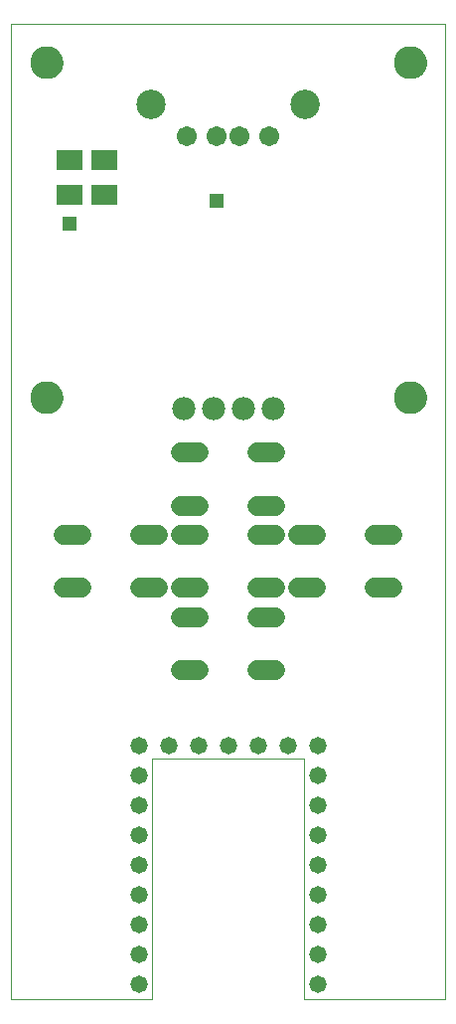
<source format=gbs>
G75*
%MOIN*%
%OFA0B0*%
%FSLAX25Y25*%
%IPPOS*%
%LPD*%
%AMOC8*
5,1,8,0,0,1.08239X$1,22.5*
%
%ADD10C,0.00000*%
%ADD11C,0.11036*%
%ADD12C,0.06800*%
%ADD13C,0.06737*%
%ADD14C,0.09855*%
%ADD15R,0.08674X0.06706*%
%ADD16C,0.05800*%
%ADD17R,0.04762X0.04762*%
%ADD18C,0.07800*%
D10*
X0001000Y0006757D02*
X0048244Y0006757D01*
X0048244Y0087309D01*
X0099425Y0087309D01*
X0099425Y0006757D01*
X0146669Y0006757D01*
X0146669Y0333608D01*
X0001000Y0333608D01*
X0001000Y0006757D01*
X0048244Y0006600D02*
X0048244Y0006757D01*
X0099425Y0006757D02*
X0099425Y0006600D01*
X0130060Y0208547D02*
X0130062Y0208690D01*
X0130068Y0208833D01*
X0130078Y0208975D01*
X0130092Y0209117D01*
X0130110Y0209259D01*
X0130132Y0209401D01*
X0130157Y0209541D01*
X0130187Y0209681D01*
X0130221Y0209820D01*
X0130258Y0209958D01*
X0130300Y0210095D01*
X0130345Y0210230D01*
X0130394Y0210364D01*
X0130446Y0210497D01*
X0130502Y0210629D01*
X0130562Y0210758D01*
X0130626Y0210886D01*
X0130693Y0211013D01*
X0130764Y0211137D01*
X0130838Y0211259D01*
X0130915Y0211379D01*
X0130996Y0211497D01*
X0131080Y0211613D01*
X0131167Y0211726D01*
X0131257Y0211837D01*
X0131351Y0211945D01*
X0131447Y0212051D01*
X0131546Y0212153D01*
X0131649Y0212253D01*
X0131753Y0212350D01*
X0131861Y0212445D01*
X0131971Y0212536D01*
X0132084Y0212624D01*
X0132199Y0212708D01*
X0132316Y0212790D01*
X0132436Y0212868D01*
X0132557Y0212943D01*
X0132681Y0213015D01*
X0132807Y0213083D01*
X0132934Y0213147D01*
X0133064Y0213208D01*
X0133195Y0213265D01*
X0133327Y0213319D01*
X0133461Y0213368D01*
X0133596Y0213415D01*
X0133733Y0213457D01*
X0133871Y0213495D01*
X0134009Y0213530D01*
X0134149Y0213560D01*
X0134289Y0213587D01*
X0134430Y0213610D01*
X0134572Y0213629D01*
X0134714Y0213644D01*
X0134857Y0213655D01*
X0134999Y0213662D01*
X0135142Y0213665D01*
X0135285Y0213664D01*
X0135428Y0213659D01*
X0135571Y0213650D01*
X0135713Y0213637D01*
X0135855Y0213620D01*
X0135996Y0213599D01*
X0136137Y0213574D01*
X0136277Y0213546D01*
X0136416Y0213513D01*
X0136554Y0213476D01*
X0136691Y0213436D01*
X0136827Y0213392D01*
X0136962Y0213344D01*
X0137095Y0213292D01*
X0137227Y0213237D01*
X0137357Y0213178D01*
X0137486Y0213115D01*
X0137612Y0213049D01*
X0137737Y0212979D01*
X0137860Y0212906D01*
X0137980Y0212830D01*
X0138099Y0212750D01*
X0138215Y0212666D01*
X0138329Y0212580D01*
X0138440Y0212490D01*
X0138549Y0212398D01*
X0138655Y0212302D01*
X0138759Y0212204D01*
X0138860Y0212102D01*
X0138957Y0211998D01*
X0139052Y0211891D01*
X0139144Y0211782D01*
X0139233Y0211670D01*
X0139319Y0211555D01*
X0139401Y0211439D01*
X0139480Y0211319D01*
X0139556Y0211198D01*
X0139628Y0211075D01*
X0139697Y0210950D01*
X0139762Y0210823D01*
X0139824Y0210694D01*
X0139882Y0210563D01*
X0139937Y0210431D01*
X0139987Y0210297D01*
X0140034Y0210162D01*
X0140078Y0210026D01*
X0140117Y0209889D01*
X0140152Y0209750D01*
X0140184Y0209611D01*
X0140212Y0209471D01*
X0140236Y0209330D01*
X0140256Y0209188D01*
X0140272Y0209046D01*
X0140284Y0208904D01*
X0140292Y0208761D01*
X0140296Y0208618D01*
X0140296Y0208476D01*
X0140292Y0208333D01*
X0140284Y0208190D01*
X0140272Y0208048D01*
X0140256Y0207906D01*
X0140236Y0207764D01*
X0140212Y0207623D01*
X0140184Y0207483D01*
X0140152Y0207344D01*
X0140117Y0207205D01*
X0140078Y0207068D01*
X0140034Y0206932D01*
X0139987Y0206797D01*
X0139937Y0206663D01*
X0139882Y0206531D01*
X0139824Y0206400D01*
X0139762Y0206271D01*
X0139697Y0206144D01*
X0139628Y0206019D01*
X0139556Y0205896D01*
X0139480Y0205775D01*
X0139401Y0205655D01*
X0139319Y0205539D01*
X0139233Y0205424D01*
X0139144Y0205312D01*
X0139052Y0205203D01*
X0138957Y0205096D01*
X0138860Y0204992D01*
X0138759Y0204890D01*
X0138655Y0204792D01*
X0138549Y0204696D01*
X0138440Y0204604D01*
X0138329Y0204514D01*
X0138215Y0204428D01*
X0138099Y0204344D01*
X0137980Y0204264D01*
X0137860Y0204188D01*
X0137737Y0204115D01*
X0137612Y0204045D01*
X0137486Y0203979D01*
X0137357Y0203916D01*
X0137227Y0203857D01*
X0137095Y0203802D01*
X0136962Y0203750D01*
X0136827Y0203702D01*
X0136691Y0203658D01*
X0136554Y0203618D01*
X0136416Y0203581D01*
X0136277Y0203548D01*
X0136137Y0203520D01*
X0135996Y0203495D01*
X0135855Y0203474D01*
X0135713Y0203457D01*
X0135571Y0203444D01*
X0135428Y0203435D01*
X0135285Y0203430D01*
X0135142Y0203429D01*
X0134999Y0203432D01*
X0134857Y0203439D01*
X0134714Y0203450D01*
X0134572Y0203465D01*
X0134430Y0203484D01*
X0134289Y0203507D01*
X0134149Y0203534D01*
X0134009Y0203564D01*
X0133871Y0203599D01*
X0133733Y0203637D01*
X0133596Y0203679D01*
X0133461Y0203726D01*
X0133327Y0203775D01*
X0133195Y0203829D01*
X0133064Y0203886D01*
X0132934Y0203947D01*
X0132807Y0204011D01*
X0132681Y0204079D01*
X0132557Y0204151D01*
X0132436Y0204226D01*
X0132316Y0204304D01*
X0132199Y0204386D01*
X0132084Y0204470D01*
X0131971Y0204558D01*
X0131861Y0204649D01*
X0131753Y0204744D01*
X0131649Y0204841D01*
X0131546Y0204941D01*
X0131447Y0205043D01*
X0131351Y0205149D01*
X0131257Y0205257D01*
X0131167Y0205368D01*
X0131080Y0205481D01*
X0130996Y0205597D01*
X0130915Y0205715D01*
X0130838Y0205835D01*
X0130764Y0205957D01*
X0130693Y0206081D01*
X0130626Y0206208D01*
X0130562Y0206336D01*
X0130502Y0206465D01*
X0130446Y0206597D01*
X0130394Y0206730D01*
X0130345Y0206864D01*
X0130300Y0206999D01*
X0130258Y0207136D01*
X0130221Y0207274D01*
X0130187Y0207413D01*
X0130157Y0207553D01*
X0130132Y0207693D01*
X0130110Y0207835D01*
X0130092Y0207977D01*
X0130078Y0208119D01*
X0130068Y0208261D01*
X0130062Y0208404D01*
X0130060Y0208547D01*
X0095173Y0306837D02*
X0095175Y0306971D01*
X0095181Y0307105D01*
X0095191Y0307239D01*
X0095205Y0307373D01*
X0095223Y0307506D01*
X0095244Y0307638D01*
X0095270Y0307770D01*
X0095300Y0307901D01*
X0095333Y0308031D01*
X0095370Y0308159D01*
X0095412Y0308287D01*
X0095456Y0308414D01*
X0095505Y0308539D01*
X0095557Y0308662D01*
X0095613Y0308784D01*
X0095673Y0308905D01*
X0095736Y0309023D01*
X0095802Y0309140D01*
X0095872Y0309254D01*
X0095945Y0309367D01*
X0096022Y0309477D01*
X0096102Y0309585D01*
X0096185Y0309690D01*
X0096271Y0309793D01*
X0096360Y0309893D01*
X0096452Y0309991D01*
X0096547Y0310086D01*
X0096645Y0310178D01*
X0096745Y0310267D01*
X0096848Y0310353D01*
X0096953Y0310436D01*
X0097061Y0310516D01*
X0097171Y0310593D01*
X0097284Y0310666D01*
X0097398Y0310736D01*
X0097515Y0310802D01*
X0097633Y0310865D01*
X0097754Y0310925D01*
X0097876Y0310981D01*
X0097999Y0311033D01*
X0098124Y0311082D01*
X0098251Y0311126D01*
X0098379Y0311168D01*
X0098507Y0311205D01*
X0098637Y0311238D01*
X0098768Y0311268D01*
X0098900Y0311294D01*
X0099032Y0311315D01*
X0099165Y0311333D01*
X0099299Y0311347D01*
X0099433Y0311357D01*
X0099567Y0311363D01*
X0099701Y0311365D01*
X0099835Y0311363D01*
X0099969Y0311357D01*
X0100103Y0311347D01*
X0100237Y0311333D01*
X0100370Y0311315D01*
X0100502Y0311294D01*
X0100634Y0311268D01*
X0100765Y0311238D01*
X0100895Y0311205D01*
X0101023Y0311168D01*
X0101151Y0311126D01*
X0101278Y0311082D01*
X0101403Y0311033D01*
X0101526Y0310981D01*
X0101648Y0310925D01*
X0101769Y0310865D01*
X0101887Y0310802D01*
X0102004Y0310736D01*
X0102118Y0310666D01*
X0102231Y0310593D01*
X0102341Y0310516D01*
X0102449Y0310436D01*
X0102554Y0310353D01*
X0102657Y0310267D01*
X0102757Y0310178D01*
X0102855Y0310086D01*
X0102950Y0309991D01*
X0103042Y0309893D01*
X0103131Y0309793D01*
X0103217Y0309690D01*
X0103300Y0309585D01*
X0103380Y0309477D01*
X0103457Y0309367D01*
X0103530Y0309254D01*
X0103600Y0309140D01*
X0103666Y0309023D01*
X0103729Y0308905D01*
X0103789Y0308784D01*
X0103845Y0308662D01*
X0103897Y0308539D01*
X0103946Y0308414D01*
X0103990Y0308287D01*
X0104032Y0308159D01*
X0104069Y0308031D01*
X0104102Y0307901D01*
X0104132Y0307770D01*
X0104158Y0307638D01*
X0104179Y0307506D01*
X0104197Y0307373D01*
X0104211Y0307239D01*
X0104221Y0307105D01*
X0104227Y0306971D01*
X0104229Y0306837D01*
X0104227Y0306703D01*
X0104221Y0306569D01*
X0104211Y0306435D01*
X0104197Y0306301D01*
X0104179Y0306168D01*
X0104158Y0306036D01*
X0104132Y0305904D01*
X0104102Y0305773D01*
X0104069Y0305643D01*
X0104032Y0305515D01*
X0103990Y0305387D01*
X0103946Y0305260D01*
X0103897Y0305135D01*
X0103845Y0305012D01*
X0103789Y0304890D01*
X0103729Y0304769D01*
X0103666Y0304651D01*
X0103600Y0304534D01*
X0103530Y0304420D01*
X0103457Y0304307D01*
X0103380Y0304197D01*
X0103300Y0304089D01*
X0103217Y0303984D01*
X0103131Y0303881D01*
X0103042Y0303781D01*
X0102950Y0303683D01*
X0102855Y0303588D01*
X0102757Y0303496D01*
X0102657Y0303407D01*
X0102554Y0303321D01*
X0102449Y0303238D01*
X0102341Y0303158D01*
X0102231Y0303081D01*
X0102118Y0303008D01*
X0102004Y0302938D01*
X0101887Y0302872D01*
X0101769Y0302809D01*
X0101648Y0302749D01*
X0101526Y0302693D01*
X0101403Y0302641D01*
X0101278Y0302592D01*
X0101151Y0302548D01*
X0101023Y0302506D01*
X0100895Y0302469D01*
X0100765Y0302436D01*
X0100634Y0302406D01*
X0100502Y0302380D01*
X0100370Y0302359D01*
X0100237Y0302341D01*
X0100103Y0302327D01*
X0099969Y0302317D01*
X0099835Y0302311D01*
X0099701Y0302309D01*
X0099567Y0302311D01*
X0099433Y0302317D01*
X0099299Y0302327D01*
X0099165Y0302341D01*
X0099032Y0302359D01*
X0098900Y0302380D01*
X0098768Y0302406D01*
X0098637Y0302436D01*
X0098507Y0302469D01*
X0098379Y0302506D01*
X0098251Y0302548D01*
X0098124Y0302592D01*
X0097999Y0302641D01*
X0097876Y0302693D01*
X0097754Y0302749D01*
X0097633Y0302809D01*
X0097515Y0302872D01*
X0097398Y0302938D01*
X0097284Y0303008D01*
X0097171Y0303081D01*
X0097061Y0303158D01*
X0096953Y0303238D01*
X0096848Y0303321D01*
X0096745Y0303407D01*
X0096645Y0303496D01*
X0096547Y0303588D01*
X0096452Y0303683D01*
X0096360Y0303781D01*
X0096271Y0303881D01*
X0096185Y0303984D01*
X0096102Y0304089D01*
X0096022Y0304197D01*
X0095945Y0304307D01*
X0095872Y0304420D01*
X0095802Y0304534D01*
X0095736Y0304651D01*
X0095673Y0304769D01*
X0095613Y0304890D01*
X0095557Y0305012D01*
X0095505Y0305135D01*
X0095456Y0305260D01*
X0095412Y0305387D01*
X0095370Y0305515D01*
X0095333Y0305643D01*
X0095300Y0305773D01*
X0095270Y0305904D01*
X0095244Y0306036D01*
X0095223Y0306168D01*
X0095205Y0306301D01*
X0095191Y0306435D01*
X0095181Y0306569D01*
X0095175Y0306703D01*
X0095173Y0306837D01*
X0130060Y0320752D02*
X0130062Y0320895D01*
X0130068Y0321038D01*
X0130078Y0321180D01*
X0130092Y0321322D01*
X0130110Y0321464D01*
X0130132Y0321606D01*
X0130157Y0321746D01*
X0130187Y0321886D01*
X0130221Y0322025D01*
X0130258Y0322163D01*
X0130300Y0322300D01*
X0130345Y0322435D01*
X0130394Y0322569D01*
X0130446Y0322702D01*
X0130502Y0322834D01*
X0130562Y0322963D01*
X0130626Y0323091D01*
X0130693Y0323218D01*
X0130764Y0323342D01*
X0130838Y0323464D01*
X0130915Y0323584D01*
X0130996Y0323702D01*
X0131080Y0323818D01*
X0131167Y0323931D01*
X0131257Y0324042D01*
X0131351Y0324150D01*
X0131447Y0324256D01*
X0131546Y0324358D01*
X0131649Y0324458D01*
X0131753Y0324555D01*
X0131861Y0324650D01*
X0131971Y0324741D01*
X0132084Y0324829D01*
X0132199Y0324913D01*
X0132316Y0324995D01*
X0132436Y0325073D01*
X0132557Y0325148D01*
X0132681Y0325220D01*
X0132807Y0325288D01*
X0132934Y0325352D01*
X0133064Y0325413D01*
X0133195Y0325470D01*
X0133327Y0325524D01*
X0133461Y0325573D01*
X0133596Y0325620D01*
X0133733Y0325662D01*
X0133871Y0325700D01*
X0134009Y0325735D01*
X0134149Y0325765D01*
X0134289Y0325792D01*
X0134430Y0325815D01*
X0134572Y0325834D01*
X0134714Y0325849D01*
X0134857Y0325860D01*
X0134999Y0325867D01*
X0135142Y0325870D01*
X0135285Y0325869D01*
X0135428Y0325864D01*
X0135571Y0325855D01*
X0135713Y0325842D01*
X0135855Y0325825D01*
X0135996Y0325804D01*
X0136137Y0325779D01*
X0136277Y0325751D01*
X0136416Y0325718D01*
X0136554Y0325681D01*
X0136691Y0325641D01*
X0136827Y0325597D01*
X0136962Y0325549D01*
X0137095Y0325497D01*
X0137227Y0325442D01*
X0137357Y0325383D01*
X0137486Y0325320D01*
X0137612Y0325254D01*
X0137737Y0325184D01*
X0137860Y0325111D01*
X0137980Y0325035D01*
X0138099Y0324955D01*
X0138215Y0324871D01*
X0138329Y0324785D01*
X0138440Y0324695D01*
X0138549Y0324603D01*
X0138655Y0324507D01*
X0138759Y0324409D01*
X0138860Y0324307D01*
X0138957Y0324203D01*
X0139052Y0324096D01*
X0139144Y0323987D01*
X0139233Y0323875D01*
X0139319Y0323760D01*
X0139401Y0323644D01*
X0139480Y0323524D01*
X0139556Y0323403D01*
X0139628Y0323280D01*
X0139697Y0323155D01*
X0139762Y0323028D01*
X0139824Y0322899D01*
X0139882Y0322768D01*
X0139937Y0322636D01*
X0139987Y0322502D01*
X0140034Y0322367D01*
X0140078Y0322231D01*
X0140117Y0322094D01*
X0140152Y0321955D01*
X0140184Y0321816D01*
X0140212Y0321676D01*
X0140236Y0321535D01*
X0140256Y0321393D01*
X0140272Y0321251D01*
X0140284Y0321109D01*
X0140292Y0320966D01*
X0140296Y0320823D01*
X0140296Y0320681D01*
X0140292Y0320538D01*
X0140284Y0320395D01*
X0140272Y0320253D01*
X0140256Y0320111D01*
X0140236Y0319969D01*
X0140212Y0319828D01*
X0140184Y0319688D01*
X0140152Y0319549D01*
X0140117Y0319410D01*
X0140078Y0319273D01*
X0140034Y0319137D01*
X0139987Y0319002D01*
X0139937Y0318868D01*
X0139882Y0318736D01*
X0139824Y0318605D01*
X0139762Y0318476D01*
X0139697Y0318349D01*
X0139628Y0318224D01*
X0139556Y0318101D01*
X0139480Y0317980D01*
X0139401Y0317860D01*
X0139319Y0317744D01*
X0139233Y0317629D01*
X0139144Y0317517D01*
X0139052Y0317408D01*
X0138957Y0317301D01*
X0138860Y0317197D01*
X0138759Y0317095D01*
X0138655Y0316997D01*
X0138549Y0316901D01*
X0138440Y0316809D01*
X0138329Y0316719D01*
X0138215Y0316633D01*
X0138099Y0316549D01*
X0137980Y0316469D01*
X0137860Y0316393D01*
X0137737Y0316320D01*
X0137612Y0316250D01*
X0137486Y0316184D01*
X0137357Y0316121D01*
X0137227Y0316062D01*
X0137095Y0316007D01*
X0136962Y0315955D01*
X0136827Y0315907D01*
X0136691Y0315863D01*
X0136554Y0315823D01*
X0136416Y0315786D01*
X0136277Y0315753D01*
X0136137Y0315725D01*
X0135996Y0315700D01*
X0135855Y0315679D01*
X0135713Y0315662D01*
X0135571Y0315649D01*
X0135428Y0315640D01*
X0135285Y0315635D01*
X0135142Y0315634D01*
X0134999Y0315637D01*
X0134857Y0315644D01*
X0134714Y0315655D01*
X0134572Y0315670D01*
X0134430Y0315689D01*
X0134289Y0315712D01*
X0134149Y0315739D01*
X0134009Y0315769D01*
X0133871Y0315804D01*
X0133733Y0315842D01*
X0133596Y0315884D01*
X0133461Y0315931D01*
X0133327Y0315980D01*
X0133195Y0316034D01*
X0133064Y0316091D01*
X0132934Y0316152D01*
X0132807Y0316216D01*
X0132681Y0316284D01*
X0132557Y0316356D01*
X0132436Y0316431D01*
X0132316Y0316509D01*
X0132199Y0316591D01*
X0132084Y0316675D01*
X0131971Y0316763D01*
X0131861Y0316854D01*
X0131753Y0316949D01*
X0131649Y0317046D01*
X0131546Y0317146D01*
X0131447Y0317248D01*
X0131351Y0317354D01*
X0131257Y0317462D01*
X0131167Y0317573D01*
X0131080Y0317686D01*
X0130996Y0317802D01*
X0130915Y0317920D01*
X0130838Y0318040D01*
X0130764Y0318162D01*
X0130693Y0318286D01*
X0130626Y0318413D01*
X0130562Y0318541D01*
X0130502Y0318670D01*
X0130446Y0318802D01*
X0130394Y0318935D01*
X0130345Y0319069D01*
X0130300Y0319204D01*
X0130258Y0319341D01*
X0130221Y0319479D01*
X0130187Y0319618D01*
X0130157Y0319758D01*
X0130132Y0319898D01*
X0130110Y0320040D01*
X0130092Y0320182D01*
X0130078Y0320324D01*
X0130068Y0320466D01*
X0130062Y0320609D01*
X0130060Y0320752D01*
X0043441Y0306837D02*
X0043443Y0306971D01*
X0043449Y0307105D01*
X0043459Y0307239D01*
X0043473Y0307373D01*
X0043491Y0307506D01*
X0043512Y0307638D01*
X0043538Y0307770D01*
X0043568Y0307901D01*
X0043601Y0308031D01*
X0043638Y0308159D01*
X0043680Y0308287D01*
X0043724Y0308414D01*
X0043773Y0308539D01*
X0043825Y0308662D01*
X0043881Y0308784D01*
X0043941Y0308905D01*
X0044004Y0309023D01*
X0044070Y0309140D01*
X0044140Y0309254D01*
X0044213Y0309367D01*
X0044290Y0309477D01*
X0044370Y0309585D01*
X0044453Y0309690D01*
X0044539Y0309793D01*
X0044628Y0309893D01*
X0044720Y0309991D01*
X0044815Y0310086D01*
X0044913Y0310178D01*
X0045013Y0310267D01*
X0045116Y0310353D01*
X0045221Y0310436D01*
X0045329Y0310516D01*
X0045439Y0310593D01*
X0045552Y0310666D01*
X0045666Y0310736D01*
X0045783Y0310802D01*
X0045901Y0310865D01*
X0046022Y0310925D01*
X0046144Y0310981D01*
X0046267Y0311033D01*
X0046392Y0311082D01*
X0046519Y0311126D01*
X0046647Y0311168D01*
X0046775Y0311205D01*
X0046905Y0311238D01*
X0047036Y0311268D01*
X0047168Y0311294D01*
X0047300Y0311315D01*
X0047433Y0311333D01*
X0047567Y0311347D01*
X0047701Y0311357D01*
X0047835Y0311363D01*
X0047969Y0311365D01*
X0048103Y0311363D01*
X0048237Y0311357D01*
X0048371Y0311347D01*
X0048505Y0311333D01*
X0048638Y0311315D01*
X0048770Y0311294D01*
X0048902Y0311268D01*
X0049033Y0311238D01*
X0049163Y0311205D01*
X0049291Y0311168D01*
X0049419Y0311126D01*
X0049546Y0311082D01*
X0049671Y0311033D01*
X0049794Y0310981D01*
X0049916Y0310925D01*
X0050037Y0310865D01*
X0050155Y0310802D01*
X0050272Y0310736D01*
X0050386Y0310666D01*
X0050499Y0310593D01*
X0050609Y0310516D01*
X0050717Y0310436D01*
X0050822Y0310353D01*
X0050925Y0310267D01*
X0051025Y0310178D01*
X0051123Y0310086D01*
X0051218Y0309991D01*
X0051310Y0309893D01*
X0051399Y0309793D01*
X0051485Y0309690D01*
X0051568Y0309585D01*
X0051648Y0309477D01*
X0051725Y0309367D01*
X0051798Y0309254D01*
X0051868Y0309140D01*
X0051934Y0309023D01*
X0051997Y0308905D01*
X0052057Y0308784D01*
X0052113Y0308662D01*
X0052165Y0308539D01*
X0052214Y0308414D01*
X0052258Y0308287D01*
X0052300Y0308159D01*
X0052337Y0308031D01*
X0052370Y0307901D01*
X0052400Y0307770D01*
X0052426Y0307638D01*
X0052447Y0307506D01*
X0052465Y0307373D01*
X0052479Y0307239D01*
X0052489Y0307105D01*
X0052495Y0306971D01*
X0052497Y0306837D01*
X0052495Y0306703D01*
X0052489Y0306569D01*
X0052479Y0306435D01*
X0052465Y0306301D01*
X0052447Y0306168D01*
X0052426Y0306036D01*
X0052400Y0305904D01*
X0052370Y0305773D01*
X0052337Y0305643D01*
X0052300Y0305515D01*
X0052258Y0305387D01*
X0052214Y0305260D01*
X0052165Y0305135D01*
X0052113Y0305012D01*
X0052057Y0304890D01*
X0051997Y0304769D01*
X0051934Y0304651D01*
X0051868Y0304534D01*
X0051798Y0304420D01*
X0051725Y0304307D01*
X0051648Y0304197D01*
X0051568Y0304089D01*
X0051485Y0303984D01*
X0051399Y0303881D01*
X0051310Y0303781D01*
X0051218Y0303683D01*
X0051123Y0303588D01*
X0051025Y0303496D01*
X0050925Y0303407D01*
X0050822Y0303321D01*
X0050717Y0303238D01*
X0050609Y0303158D01*
X0050499Y0303081D01*
X0050386Y0303008D01*
X0050272Y0302938D01*
X0050155Y0302872D01*
X0050037Y0302809D01*
X0049916Y0302749D01*
X0049794Y0302693D01*
X0049671Y0302641D01*
X0049546Y0302592D01*
X0049419Y0302548D01*
X0049291Y0302506D01*
X0049163Y0302469D01*
X0049033Y0302436D01*
X0048902Y0302406D01*
X0048770Y0302380D01*
X0048638Y0302359D01*
X0048505Y0302341D01*
X0048371Y0302327D01*
X0048237Y0302317D01*
X0048103Y0302311D01*
X0047969Y0302309D01*
X0047835Y0302311D01*
X0047701Y0302317D01*
X0047567Y0302327D01*
X0047433Y0302341D01*
X0047300Y0302359D01*
X0047168Y0302380D01*
X0047036Y0302406D01*
X0046905Y0302436D01*
X0046775Y0302469D01*
X0046647Y0302506D01*
X0046519Y0302548D01*
X0046392Y0302592D01*
X0046267Y0302641D01*
X0046144Y0302693D01*
X0046022Y0302749D01*
X0045901Y0302809D01*
X0045783Y0302872D01*
X0045666Y0302938D01*
X0045552Y0303008D01*
X0045439Y0303081D01*
X0045329Y0303158D01*
X0045221Y0303238D01*
X0045116Y0303321D01*
X0045013Y0303407D01*
X0044913Y0303496D01*
X0044815Y0303588D01*
X0044720Y0303683D01*
X0044628Y0303781D01*
X0044539Y0303881D01*
X0044453Y0303984D01*
X0044370Y0304089D01*
X0044290Y0304197D01*
X0044213Y0304307D01*
X0044140Y0304420D01*
X0044070Y0304534D01*
X0044004Y0304651D01*
X0043941Y0304769D01*
X0043881Y0304890D01*
X0043825Y0305012D01*
X0043773Y0305135D01*
X0043724Y0305260D01*
X0043680Y0305387D01*
X0043638Y0305515D01*
X0043601Y0305643D01*
X0043568Y0305773D01*
X0043538Y0305904D01*
X0043512Y0306036D01*
X0043491Y0306168D01*
X0043473Y0306301D01*
X0043459Y0306435D01*
X0043449Y0306569D01*
X0043443Y0306703D01*
X0043441Y0306837D01*
X0008013Y0320752D02*
X0008015Y0320895D01*
X0008021Y0321038D01*
X0008031Y0321180D01*
X0008045Y0321322D01*
X0008063Y0321464D01*
X0008085Y0321606D01*
X0008110Y0321746D01*
X0008140Y0321886D01*
X0008174Y0322025D01*
X0008211Y0322163D01*
X0008253Y0322300D01*
X0008298Y0322435D01*
X0008347Y0322569D01*
X0008399Y0322702D01*
X0008455Y0322834D01*
X0008515Y0322963D01*
X0008579Y0323091D01*
X0008646Y0323218D01*
X0008717Y0323342D01*
X0008791Y0323464D01*
X0008868Y0323584D01*
X0008949Y0323702D01*
X0009033Y0323818D01*
X0009120Y0323931D01*
X0009210Y0324042D01*
X0009304Y0324150D01*
X0009400Y0324256D01*
X0009499Y0324358D01*
X0009602Y0324458D01*
X0009706Y0324555D01*
X0009814Y0324650D01*
X0009924Y0324741D01*
X0010037Y0324829D01*
X0010152Y0324913D01*
X0010269Y0324995D01*
X0010389Y0325073D01*
X0010510Y0325148D01*
X0010634Y0325220D01*
X0010760Y0325288D01*
X0010887Y0325352D01*
X0011017Y0325413D01*
X0011148Y0325470D01*
X0011280Y0325524D01*
X0011414Y0325573D01*
X0011549Y0325620D01*
X0011686Y0325662D01*
X0011824Y0325700D01*
X0011962Y0325735D01*
X0012102Y0325765D01*
X0012242Y0325792D01*
X0012383Y0325815D01*
X0012525Y0325834D01*
X0012667Y0325849D01*
X0012810Y0325860D01*
X0012952Y0325867D01*
X0013095Y0325870D01*
X0013238Y0325869D01*
X0013381Y0325864D01*
X0013524Y0325855D01*
X0013666Y0325842D01*
X0013808Y0325825D01*
X0013949Y0325804D01*
X0014090Y0325779D01*
X0014230Y0325751D01*
X0014369Y0325718D01*
X0014507Y0325681D01*
X0014644Y0325641D01*
X0014780Y0325597D01*
X0014915Y0325549D01*
X0015048Y0325497D01*
X0015180Y0325442D01*
X0015310Y0325383D01*
X0015439Y0325320D01*
X0015565Y0325254D01*
X0015690Y0325184D01*
X0015813Y0325111D01*
X0015933Y0325035D01*
X0016052Y0324955D01*
X0016168Y0324871D01*
X0016282Y0324785D01*
X0016393Y0324695D01*
X0016502Y0324603D01*
X0016608Y0324507D01*
X0016712Y0324409D01*
X0016813Y0324307D01*
X0016910Y0324203D01*
X0017005Y0324096D01*
X0017097Y0323987D01*
X0017186Y0323875D01*
X0017272Y0323760D01*
X0017354Y0323644D01*
X0017433Y0323524D01*
X0017509Y0323403D01*
X0017581Y0323280D01*
X0017650Y0323155D01*
X0017715Y0323028D01*
X0017777Y0322899D01*
X0017835Y0322768D01*
X0017890Y0322636D01*
X0017940Y0322502D01*
X0017987Y0322367D01*
X0018031Y0322231D01*
X0018070Y0322094D01*
X0018105Y0321955D01*
X0018137Y0321816D01*
X0018165Y0321676D01*
X0018189Y0321535D01*
X0018209Y0321393D01*
X0018225Y0321251D01*
X0018237Y0321109D01*
X0018245Y0320966D01*
X0018249Y0320823D01*
X0018249Y0320681D01*
X0018245Y0320538D01*
X0018237Y0320395D01*
X0018225Y0320253D01*
X0018209Y0320111D01*
X0018189Y0319969D01*
X0018165Y0319828D01*
X0018137Y0319688D01*
X0018105Y0319549D01*
X0018070Y0319410D01*
X0018031Y0319273D01*
X0017987Y0319137D01*
X0017940Y0319002D01*
X0017890Y0318868D01*
X0017835Y0318736D01*
X0017777Y0318605D01*
X0017715Y0318476D01*
X0017650Y0318349D01*
X0017581Y0318224D01*
X0017509Y0318101D01*
X0017433Y0317980D01*
X0017354Y0317860D01*
X0017272Y0317744D01*
X0017186Y0317629D01*
X0017097Y0317517D01*
X0017005Y0317408D01*
X0016910Y0317301D01*
X0016813Y0317197D01*
X0016712Y0317095D01*
X0016608Y0316997D01*
X0016502Y0316901D01*
X0016393Y0316809D01*
X0016282Y0316719D01*
X0016168Y0316633D01*
X0016052Y0316549D01*
X0015933Y0316469D01*
X0015813Y0316393D01*
X0015690Y0316320D01*
X0015565Y0316250D01*
X0015439Y0316184D01*
X0015310Y0316121D01*
X0015180Y0316062D01*
X0015048Y0316007D01*
X0014915Y0315955D01*
X0014780Y0315907D01*
X0014644Y0315863D01*
X0014507Y0315823D01*
X0014369Y0315786D01*
X0014230Y0315753D01*
X0014090Y0315725D01*
X0013949Y0315700D01*
X0013808Y0315679D01*
X0013666Y0315662D01*
X0013524Y0315649D01*
X0013381Y0315640D01*
X0013238Y0315635D01*
X0013095Y0315634D01*
X0012952Y0315637D01*
X0012810Y0315644D01*
X0012667Y0315655D01*
X0012525Y0315670D01*
X0012383Y0315689D01*
X0012242Y0315712D01*
X0012102Y0315739D01*
X0011962Y0315769D01*
X0011824Y0315804D01*
X0011686Y0315842D01*
X0011549Y0315884D01*
X0011414Y0315931D01*
X0011280Y0315980D01*
X0011148Y0316034D01*
X0011017Y0316091D01*
X0010887Y0316152D01*
X0010760Y0316216D01*
X0010634Y0316284D01*
X0010510Y0316356D01*
X0010389Y0316431D01*
X0010269Y0316509D01*
X0010152Y0316591D01*
X0010037Y0316675D01*
X0009924Y0316763D01*
X0009814Y0316854D01*
X0009706Y0316949D01*
X0009602Y0317046D01*
X0009499Y0317146D01*
X0009400Y0317248D01*
X0009304Y0317354D01*
X0009210Y0317462D01*
X0009120Y0317573D01*
X0009033Y0317686D01*
X0008949Y0317802D01*
X0008868Y0317920D01*
X0008791Y0318040D01*
X0008717Y0318162D01*
X0008646Y0318286D01*
X0008579Y0318413D01*
X0008515Y0318541D01*
X0008455Y0318670D01*
X0008399Y0318802D01*
X0008347Y0318935D01*
X0008298Y0319069D01*
X0008253Y0319204D01*
X0008211Y0319341D01*
X0008174Y0319479D01*
X0008140Y0319618D01*
X0008110Y0319758D01*
X0008085Y0319898D01*
X0008063Y0320040D01*
X0008045Y0320182D01*
X0008031Y0320324D01*
X0008021Y0320466D01*
X0008015Y0320609D01*
X0008013Y0320752D01*
X0008013Y0208547D02*
X0008015Y0208690D01*
X0008021Y0208833D01*
X0008031Y0208975D01*
X0008045Y0209117D01*
X0008063Y0209259D01*
X0008085Y0209401D01*
X0008110Y0209541D01*
X0008140Y0209681D01*
X0008174Y0209820D01*
X0008211Y0209958D01*
X0008253Y0210095D01*
X0008298Y0210230D01*
X0008347Y0210364D01*
X0008399Y0210497D01*
X0008455Y0210629D01*
X0008515Y0210758D01*
X0008579Y0210886D01*
X0008646Y0211013D01*
X0008717Y0211137D01*
X0008791Y0211259D01*
X0008868Y0211379D01*
X0008949Y0211497D01*
X0009033Y0211613D01*
X0009120Y0211726D01*
X0009210Y0211837D01*
X0009304Y0211945D01*
X0009400Y0212051D01*
X0009499Y0212153D01*
X0009602Y0212253D01*
X0009706Y0212350D01*
X0009814Y0212445D01*
X0009924Y0212536D01*
X0010037Y0212624D01*
X0010152Y0212708D01*
X0010269Y0212790D01*
X0010389Y0212868D01*
X0010510Y0212943D01*
X0010634Y0213015D01*
X0010760Y0213083D01*
X0010887Y0213147D01*
X0011017Y0213208D01*
X0011148Y0213265D01*
X0011280Y0213319D01*
X0011414Y0213368D01*
X0011549Y0213415D01*
X0011686Y0213457D01*
X0011824Y0213495D01*
X0011962Y0213530D01*
X0012102Y0213560D01*
X0012242Y0213587D01*
X0012383Y0213610D01*
X0012525Y0213629D01*
X0012667Y0213644D01*
X0012810Y0213655D01*
X0012952Y0213662D01*
X0013095Y0213665D01*
X0013238Y0213664D01*
X0013381Y0213659D01*
X0013524Y0213650D01*
X0013666Y0213637D01*
X0013808Y0213620D01*
X0013949Y0213599D01*
X0014090Y0213574D01*
X0014230Y0213546D01*
X0014369Y0213513D01*
X0014507Y0213476D01*
X0014644Y0213436D01*
X0014780Y0213392D01*
X0014915Y0213344D01*
X0015048Y0213292D01*
X0015180Y0213237D01*
X0015310Y0213178D01*
X0015439Y0213115D01*
X0015565Y0213049D01*
X0015690Y0212979D01*
X0015813Y0212906D01*
X0015933Y0212830D01*
X0016052Y0212750D01*
X0016168Y0212666D01*
X0016282Y0212580D01*
X0016393Y0212490D01*
X0016502Y0212398D01*
X0016608Y0212302D01*
X0016712Y0212204D01*
X0016813Y0212102D01*
X0016910Y0211998D01*
X0017005Y0211891D01*
X0017097Y0211782D01*
X0017186Y0211670D01*
X0017272Y0211555D01*
X0017354Y0211439D01*
X0017433Y0211319D01*
X0017509Y0211198D01*
X0017581Y0211075D01*
X0017650Y0210950D01*
X0017715Y0210823D01*
X0017777Y0210694D01*
X0017835Y0210563D01*
X0017890Y0210431D01*
X0017940Y0210297D01*
X0017987Y0210162D01*
X0018031Y0210026D01*
X0018070Y0209889D01*
X0018105Y0209750D01*
X0018137Y0209611D01*
X0018165Y0209471D01*
X0018189Y0209330D01*
X0018209Y0209188D01*
X0018225Y0209046D01*
X0018237Y0208904D01*
X0018245Y0208761D01*
X0018249Y0208618D01*
X0018249Y0208476D01*
X0018245Y0208333D01*
X0018237Y0208190D01*
X0018225Y0208048D01*
X0018209Y0207906D01*
X0018189Y0207764D01*
X0018165Y0207623D01*
X0018137Y0207483D01*
X0018105Y0207344D01*
X0018070Y0207205D01*
X0018031Y0207068D01*
X0017987Y0206932D01*
X0017940Y0206797D01*
X0017890Y0206663D01*
X0017835Y0206531D01*
X0017777Y0206400D01*
X0017715Y0206271D01*
X0017650Y0206144D01*
X0017581Y0206019D01*
X0017509Y0205896D01*
X0017433Y0205775D01*
X0017354Y0205655D01*
X0017272Y0205539D01*
X0017186Y0205424D01*
X0017097Y0205312D01*
X0017005Y0205203D01*
X0016910Y0205096D01*
X0016813Y0204992D01*
X0016712Y0204890D01*
X0016608Y0204792D01*
X0016502Y0204696D01*
X0016393Y0204604D01*
X0016282Y0204514D01*
X0016168Y0204428D01*
X0016052Y0204344D01*
X0015933Y0204264D01*
X0015813Y0204188D01*
X0015690Y0204115D01*
X0015565Y0204045D01*
X0015439Y0203979D01*
X0015310Y0203916D01*
X0015180Y0203857D01*
X0015048Y0203802D01*
X0014915Y0203750D01*
X0014780Y0203702D01*
X0014644Y0203658D01*
X0014507Y0203618D01*
X0014369Y0203581D01*
X0014230Y0203548D01*
X0014090Y0203520D01*
X0013949Y0203495D01*
X0013808Y0203474D01*
X0013666Y0203457D01*
X0013524Y0203444D01*
X0013381Y0203435D01*
X0013238Y0203430D01*
X0013095Y0203429D01*
X0012952Y0203432D01*
X0012810Y0203439D01*
X0012667Y0203450D01*
X0012525Y0203465D01*
X0012383Y0203484D01*
X0012242Y0203507D01*
X0012102Y0203534D01*
X0011962Y0203564D01*
X0011824Y0203599D01*
X0011686Y0203637D01*
X0011549Y0203679D01*
X0011414Y0203726D01*
X0011280Y0203775D01*
X0011148Y0203829D01*
X0011017Y0203886D01*
X0010887Y0203947D01*
X0010760Y0204011D01*
X0010634Y0204079D01*
X0010510Y0204151D01*
X0010389Y0204226D01*
X0010269Y0204304D01*
X0010152Y0204386D01*
X0010037Y0204470D01*
X0009924Y0204558D01*
X0009814Y0204649D01*
X0009706Y0204744D01*
X0009602Y0204841D01*
X0009499Y0204941D01*
X0009400Y0205043D01*
X0009304Y0205149D01*
X0009210Y0205257D01*
X0009120Y0205368D01*
X0009033Y0205481D01*
X0008949Y0205597D01*
X0008868Y0205715D01*
X0008791Y0205835D01*
X0008717Y0205957D01*
X0008646Y0206081D01*
X0008579Y0206208D01*
X0008515Y0206336D01*
X0008455Y0206465D01*
X0008399Y0206597D01*
X0008347Y0206730D01*
X0008298Y0206864D01*
X0008253Y0206999D01*
X0008211Y0207136D01*
X0008174Y0207274D01*
X0008140Y0207413D01*
X0008110Y0207553D01*
X0008085Y0207693D01*
X0008063Y0207835D01*
X0008045Y0207977D01*
X0008031Y0208119D01*
X0008021Y0208261D01*
X0008015Y0208404D01*
X0008013Y0208547D01*
D11*
X0013131Y0208547D03*
X0013131Y0320752D03*
X0135178Y0320752D03*
X0135178Y0208547D03*
D12*
X0129005Y0162390D02*
X0123005Y0162390D01*
X0123005Y0144590D02*
X0129005Y0144590D01*
X0103405Y0144590D02*
X0097405Y0144590D01*
X0089635Y0144590D02*
X0083635Y0144590D01*
X0083635Y0134831D02*
X0089635Y0134831D01*
X0089635Y0117031D02*
X0083635Y0117031D01*
X0064035Y0117031D02*
X0058035Y0117031D01*
X0058035Y0134831D02*
X0064035Y0134831D01*
X0064035Y0144590D02*
X0058035Y0144590D01*
X0050265Y0144590D02*
X0044265Y0144590D01*
X0044265Y0162390D02*
X0050265Y0162390D01*
X0058035Y0162390D02*
X0064035Y0162390D01*
X0064035Y0172149D02*
X0058035Y0172149D01*
X0058035Y0189949D02*
X0064035Y0189949D01*
X0083635Y0189949D02*
X0089635Y0189949D01*
X0089635Y0172149D02*
X0083635Y0172149D01*
X0083635Y0162390D02*
X0089635Y0162390D01*
X0097405Y0162390D02*
X0103405Y0162390D01*
X0024665Y0162390D02*
X0018665Y0162390D01*
X0018665Y0144590D02*
X0024665Y0144590D01*
D13*
X0060055Y0296167D03*
X0069898Y0296167D03*
X0077772Y0296167D03*
X0087615Y0296167D03*
D14*
X0099701Y0306837D03*
X0047969Y0306837D03*
D15*
X0032496Y0288254D03*
X0032496Y0276443D03*
X0020685Y0276443D03*
X0020685Y0288254D03*
D16*
X0044031Y0091600D03*
X0044031Y0081600D03*
X0044031Y0071600D03*
X0044031Y0061600D03*
X0044031Y0051600D03*
X0044031Y0041600D03*
X0044031Y0031600D03*
X0044031Y0021600D03*
X0044031Y0011600D03*
X0054031Y0091600D03*
X0064031Y0091600D03*
X0074031Y0091600D03*
X0084031Y0091600D03*
X0094031Y0091600D03*
X0104031Y0091600D03*
X0104031Y0081600D03*
X0104031Y0071600D03*
X0104031Y0061600D03*
X0104031Y0051600D03*
X0104031Y0041600D03*
X0104031Y0031600D03*
X0104031Y0021600D03*
X0104031Y0011600D03*
D17*
X0020685Y0266600D03*
X0069898Y0274474D03*
D18*
X0069117Y0204666D03*
X0059117Y0204666D03*
X0079155Y0204610D03*
X0089117Y0204666D03*
M02*

</source>
